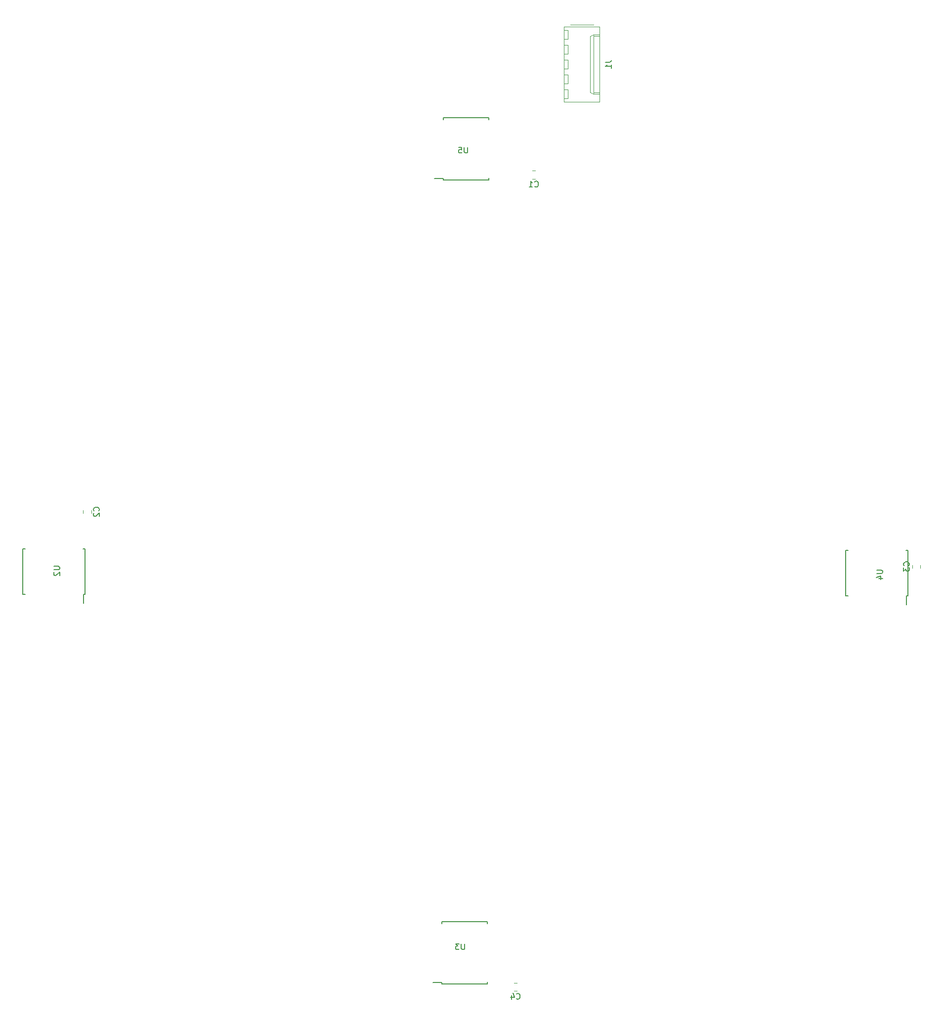
<source format=gbr>
G04 #@! TF.GenerationSoftware,KiCad,Pcbnew,(5.1.4-0-10_14)*
G04 #@! TF.CreationDate,2019-10-28T10:16:14+01:00*
G04 #@! TF.ProjectId,Buttons_DDI,42757474-6f6e-4735-9f44-44492e6b6963,rev?*
G04 #@! TF.SameCoordinates,Original*
G04 #@! TF.FileFunction,Legend,Bot*
G04 #@! TF.FilePolarity,Positive*
%FSLAX46Y46*%
G04 Gerber Fmt 4.6, Leading zero omitted, Abs format (unit mm)*
G04 Created by KiCad (PCBNEW (5.1.4-0-10_14)) date 2019-10-28 10:16:14*
%MOMM*%
%LPD*%
G04 APERTURE LIST*
%ADD10C,0.120000*%
%ADD11C,0.150000*%
G04 APERTURE END LIST*
D10*
X113302000Y-10050000D02*
X119322000Y-10050000D01*
X119322000Y-10050000D02*
X119322000Y-22970000D01*
X119322000Y-22970000D02*
X113302000Y-22970000D01*
X113302000Y-22970000D02*
X113302000Y-10050000D01*
X114332000Y-9760000D02*
X118332000Y-9760000D01*
X119322000Y-11430000D02*
X118322000Y-11430000D01*
X118322000Y-11430000D02*
X118322000Y-21590000D01*
X118322000Y-21590000D02*
X119322000Y-21590000D01*
X118322000Y-11430000D02*
X117792000Y-11680000D01*
X117792000Y-11680000D02*
X117792000Y-21340000D01*
X117792000Y-21340000D02*
X118322000Y-21590000D01*
X119322000Y-11680000D02*
X118322000Y-11680000D01*
X119322000Y-21340000D02*
X118322000Y-21340000D01*
X113302000Y-10630000D02*
X113902000Y-10630000D01*
X113902000Y-10630000D02*
X113902000Y-12230000D01*
X113902000Y-12230000D02*
X113302000Y-12230000D01*
X113302000Y-13170000D02*
X113902000Y-13170000D01*
X113902000Y-13170000D02*
X113902000Y-14770000D01*
X113902000Y-14770000D02*
X113302000Y-14770000D01*
X113302000Y-15710000D02*
X113902000Y-15710000D01*
X113902000Y-15710000D02*
X113902000Y-17310000D01*
X113902000Y-17310000D02*
X113302000Y-17310000D01*
X113302000Y-18250000D02*
X113902000Y-18250000D01*
X113902000Y-18250000D02*
X113902000Y-19850000D01*
X113902000Y-19850000D02*
X113302000Y-19850000D01*
X113302000Y-20790000D02*
X113902000Y-20790000D01*
X113902000Y-20790000D02*
X113902000Y-22390000D01*
X113902000Y-22390000D02*
X113302000Y-22390000D01*
D11*
X31233000Y-107253000D02*
X30958000Y-107253000D01*
X31233000Y-99503000D02*
X30878000Y-99503000D01*
X20583000Y-99503000D02*
X20938000Y-99503000D01*
X20583000Y-107253000D02*
X20938000Y-107253000D01*
X31233000Y-107253000D02*
X31233000Y-99503000D01*
X20583000Y-107253000D02*
X20583000Y-99503000D01*
X30958000Y-107253000D02*
X30958000Y-108778000D01*
X92391000Y-173706000D02*
X90866000Y-173706000D01*
X92391000Y-163331000D02*
X100141000Y-163331000D01*
X92391000Y-173981000D02*
X100141000Y-173981000D01*
X92391000Y-163331000D02*
X92391000Y-163686000D01*
X100141000Y-163331000D02*
X100141000Y-163686000D01*
X100141000Y-173981000D02*
X100141000Y-173626000D01*
X92391000Y-173981000D02*
X92391000Y-173706000D01*
X171928000Y-107507000D02*
X171928000Y-109032000D01*
X161553000Y-107507000D02*
X161553000Y-99757000D01*
X172203000Y-107507000D02*
X172203000Y-99757000D01*
X161553000Y-107507000D02*
X161908000Y-107507000D01*
X161553000Y-99757000D02*
X161908000Y-99757000D01*
X172203000Y-99757000D02*
X171848000Y-99757000D01*
X172203000Y-107507000D02*
X171928000Y-107507000D01*
X92645000Y-36313000D02*
X92645000Y-36038000D01*
X100395000Y-36313000D02*
X100395000Y-35958000D01*
X100395000Y-25663000D02*
X100395000Y-26018000D01*
X92645000Y-25663000D02*
X92645000Y-26018000D01*
X92645000Y-36313000D02*
X100395000Y-36313000D01*
X92645000Y-25663000D02*
X100395000Y-25663000D01*
X92645000Y-36038000D02*
X91120000Y-36038000D01*
D10*
X107841148Y-36143000D02*
X108363652Y-36143000D01*
X107841148Y-34723000D02*
X108363652Y-34723000D01*
X30862200Y-93403052D02*
X30862200Y-92880548D01*
X32282200Y-93403052D02*
X32282200Y-92880548D01*
X172924400Y-102253148D02*
X172924400Y-102775652D01*
X174344400Y-102253148D02*
X174344400Y-102775652D01*
X104716948Y-173788000D02*
X105239452Y-173788000D01*
X104716948Y-175208000D02*
X105239452Y-175208000D01*
D11*
X120356380Y-16176666D02*
X121070666Y-16176666D01*
X121213523Y-16129047D01*
X121308761Y-16033809D01*
X121356380Y-15890952D01*
X121356380Y-15795714D01*
X121356380Y-17176666D02*
X121356380Y-16605238D01*
X121356380Y-16890952D02*
X120356380Y-16890952D01*
X120499238Y-16795714D01*
X120594476Y-16700476D01*
X120642095Y-16605238D01*
X25868380Y-102489095D02*
X26677904Y-102489095D01*
X26773142Y-102536714D01*
X26820761Y-102584333D01*
X26868380Y-102679571D01*
X26868380Y-102870047D01*
X26820761Y-102965285D01*
X26773142Y-103012904D01*
X26677904Y-103060523D01*
X25868380Y-103060523D01*
X25963619Y-103489095D02*
X25916000Y-103536714D01*
X25868380Y-103631952D01*
X25868380Y-103870047D01*
X25916000Y-103965285D01*
X25963619Y-104012904D01*
X26058857Y-104060523D01*
X26154095Y-104060523D01*
X26296952Y-104012904D01*
X26868380Y-103441476D01*
X26868380Y-104060523D01*
X96265904Y-167092380D02*
X96265904Y-167901904D01*
X96218285Y-167997142D01*
X96170666Y-168044761D01*
X96075428Y-168092380D01*
X95884952Y-168092380D01*
X95789714Y-168044761D01*
X95742095Y-167997142D01*
X95694476Y-167901904D01*
X95694476Y-167092380D01*
X95313523Y-167092380D02*
X94694476Y-167092380D01*
X95027809Y-167473333D01*
X94884952Y-167473333D01*
X94789714Y-167520952D01*
X94742095Y-167568571D01*
X94694476Y-167663809D01*
X94694476Y-167901904D01*
X94742095Y-167997142D01*
X94789714Y-168044761D01*
X94884952Y-168092380D01*
X95170666Y-168092380D01*
X95265904Y-168044761D01*
X95313523Y-167997142D01*
X166838380Y-103124095D02*
X167647904Y-103124095D01*
X167743142Y-103171714D01*
X167790761Y-103219333D01*
X167838380Y-103314571D01*
X167838380Y-103505047D01*
X167790761Y-103600285D01*
X167743142Y-103647904D01*
X167647904Y-103695523D01*
X166838380Y-103695523D01*
X167171714Y-104600285D02*
X167838380Y-104600285D01*
X166790761Y-104362190D02*
X167505047Y-104124095D01*
X167505047Y-104743142D01*
X96773904Y-30694380D02*
X96773904Y-31503904D01*
X96726285Y-31599142D01*
X96678666Y-31646761D01*
X96583428Y-31694380D01*
X96392952Y-31694380D01*
X96297714Y-31646761D01*
X96250095Y-31599142D01*
X96202476Y-31503904D01*
X96202476Y-30694380D01*
X95250095Y-30694380D02*
X95726285Y-30694380D01*
X95773904Y-31170571D01*
X95726285Y-31122952D01*
X95631047Y-31075333D01*
X95392952Y-31075333D01*
X95297714Y-31122952D01*
X95250095Y-31170571D01*
X95202476Y-31265809D01*
X95202476Y-31503904D01*
X95250095Y-31599142D01*
X95297714Y-31646761D01*
X95392952Y-31694380D01*
X95631047Y-31694380D01*
X95726285Y-31646761D01*
X95773904Y-31599142D01*
X108269066Y-37440142D02*
X108316685Y-37487761D01*
X108459542Y-37535380D01*
X108554780Y-37535380D01*
X108697638Y-37487761D01*
X108792876Y-37392523D01*
X108840495Y-37297285D01*
X108888114Y-37106809D01*
X108888114Y-36963952D01*
X108840495Y-36773476D01*
X108792876Y-36678238D01*
X108697638Y-36583000D01*
X108554780Y-36535380D01*
X108459542Y-36535380D01*
X108316685Y-36583000D01*
X108269066Y-36630619D01*
X107316685Y-37535380D02*
X107888114Y-37535380D01*
X107602400Y-37535380D02*
X107602400Y-36535380D01*
X107697638Y-36678238D01*
X107792876Y-36773476D01*
X107888114Y-36821095D01*
X33579342Y-92975133D02*
X33626961Y-92927514D01*
X33674580Y-92784657D01*
X33674580Y-92689419D01*
X33626961Y-92546561D01*
X33531723Y-92451323D01*
X33436485Y-92403704D01*
X33246009Y-92356085D01*
X33103152Y-92356085D01*
X32912676Y-92403704D01*
X32817438Y-92451323D01*
X32722200Y-92546561D01*
X32674580Y-92689419D01*
X32674580Y-92784657D01*
X32722200Y-92927514D01*
X32769819Y-92975133D01*
X32769819Y-93356085D02*
X32722200Y-93403704D01*
X32674580Y-93498942D01*
X32674580Y-93737038D01*
X32722200Y-93832276D01*
X32769819Y-93879895D01*
X32865057Y-93927514D01*
X32960295Y-93927514D01*
X33103152Y-93879895D01*
X33674580Y-93308466D01*
X33674580Y-93927514D01*
X172341542Y-102347733D02*
X172389161Y-102300114D01*
X172436780Y-102157257D01*
X172436780Y-102062019D01*
X172389161Y-101919161D01*
X172293923Y-101823923D01*
X172198685Y-101776304D01*
X172008209Y-101728685D01*
X171865352Y-101728685D01*
X171674876Y-101776304D01*
X171579638Y-101823923D01*
X171484400Y-101919161D01*
X171436780Y-102062019D01*
X171436780Y-102157257D01*
X171484400Y-102300114D01*
X171532019Y-102347733D01*
X171436780Y-102681066D02*
X171436780Y-103300114D01*
X171817733Y-102966780D01*
X171817733Y-103109638D01*
X171865352Y-103204876D01*
X171912971Y-103252495D01*
X172008209Y-103300114D01*
X172246304Y-103300114D01*
X172341542Y-103252495D01*
X172389161Y-103204876D01*
X172436780Y-103109638D01*
X172436780Y-102823923D01*
X172389161Y-102728685D01*
X172341542Y-102681066D01*
X105144866Y-176505142D02*
X105192485Y-176552761D01*
X105335342Y-176600380D01*
X105430580Y-176600380D01*
X105573438Y-176552761D01*
X105668676Y-176457523D01*
X105716295Y-176362285D01*
X105763914Y-176171809D01*
X105763914Y-176028952D01*
X105716295Y-175838476D01*
X105668676Y-175743238D01*
X105573438Y-175648000D01*
X105430580Y-175600380D01*
X105335342Y-175600380D01*
X105192485Y-175648000D01*
X105144866Y-175695619D01*
X104287723Y-175933714D02*
X104287723Y-176600380D01*
X104525819Y-175552761D02*
X104763914Y-176267047D01*
X104144866Y-176267047D01*
M02*

</source>
